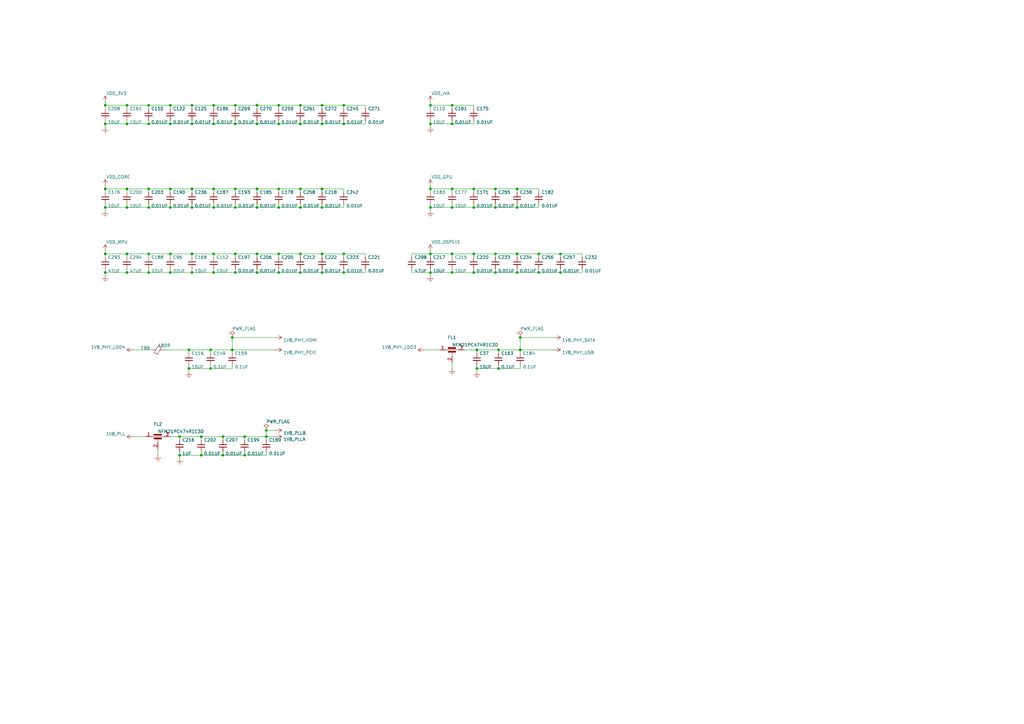
<source format=kicad_sch>
(kicad_sch (version 20210126) (generator eeschema)
  (paper "A3")
  (title_block (title "BeagleBone AI AM57x") (date "2021-01-15") (rev "Kicad-A1") (company "KiCad Services Corporation"))
  (junction (at 43.18 43.18) (diameter 0.9144))
  (junction (at 43.18 50.8) (diameter 0.9144))
  (junction (at 43.18 77.47) (diameter 0.9144))
  (junction (at 43.18 85.09) (diameter 0.9144))
  (junction (at 43.18 104.14) (diameter 0.9144))
  (junction (at 43.18 111.76) (diameter 0.9144))
  (junction (at 52.07 43.18) (diameter 0.9144))
  (junction (at 52.07 50.8) (diameter 0.9144))
  (junction (at 52.07 77.47) (diameter 0.9144))
  (junction (at 52.07 85.09) (diameter 0.9144))
  (junction (at 52.07 104.14) (diameter 0.9144))
  (junction (at 52.07 111.76) (diameter 0.9144))
  (junction (at 60.96 43.18) (diameter 0.9144))
  (junction (at 60.96 50.8) (diameter 0.9144))
  (junction (at 60.96 77.47) (diameter 0.9144))
  (junction (at 60.96 85.09) (diameter 0.9144))
  (junction (at 60.96 104.14) (diameter 0.9144))
  (junction (at 60.96 111.76) (diameter 0.9144))
  (junction (at 69.85 43.18) (diameter 0.9144))
  (junction (at 69.85 50.8) (diameter 0.9144))
  (junction (at 69.85 77.47) (diameter 0.9144))
  (junction (at 69.85 85.09) (diameter 0.9144))
  (junction (at 69.85 104.14) (diameter 0.9144))
  (junction (at 69.85 111.76) (diameter 0.9144))
  (junction (at 73.66 179.07) (diameter 0.9144))
  (junction (at 73.66 186.69) (diameter 0.9144))
  (junction (at 77.47 143.51) (diameter 0.9144))
  (junction (at 77.47 151.13) (diameter 0.9144))
  (junction (at 78.74 43.18) (diameter 0.9144))
  (junction (at 78.74 50.8) (diameter 0.9144))
  (junction (at 78.74 77.47) (diameter 0.9144))
  (junction (at 78.74 85.09) (diameter 0.9144))
  (junction (at 78.74 104.14) (diameter 0.9144))
  (junction (at 78.74 111.76) (diameter 0.9144))
  (junction (at 82.55 179.07) (diameter 0.9144))
  (junction (at 82.55 186.69) (diameter 0.9144))
  (junction (at 86.36 143.51) (diameter 0.9144))
  (junction (at 86.36 151.13) (diameter 0.9144))
  (junction (at 87.63 43.18) (diameter 0.9144))
  (junction (at 87.63 50.8) (diameter 0.9144))
  (junction (at 87.63 77.47) (diameter 0.9144))
  (junction (at 87.63 85.09) (diameter 0.9144))
  (junction (at 87.63 104.14) (diameter 0.9144))
  (junction (at 87.63 111.76) (diameter 0.9144))
  (junction (at 91.44 179.07) (diameter 0.9144))
  (junction (at 91.44 186.69) (diameter 0.9144))
  (junction (at 95.25 138.43) (diameter 0.9144))
  (junction (at 95.25 143.51) (diameter 0.9144))
  (junction (at 96.52 43.18) (diameter 0.9144))
  (junction (at 96.52 50.8) (diameter 0.9144))
  (junction (at 96.52 77.47) (diameter 0.9144))
  (junction (at 96.52 85.09) (diameter 0.9144))
  (junction (at 96.52 104.14) (diameter 0.9144))
  (junction (at 96.52 111.76) (diameter 0.9144))
  (junction (at 100.33 179.07) (diameter 0.9144))
  (junction (at 100.33 186.69) (diameter 0.9144))
  (junction (at 105.41 43.18) (diameter 0.9144))
  (junction (at 105.41 50.8) (diameter 0.9144))
  (junction (at 105.41 77.47) (diameter 0.9144))
  (junction (at 105.41 85.09) (diameter 0.9144))
  (junction (at 105.41 104.14) (diameter 0.9144))
  (junction (at 105.41 111.76) (diameter 0.9144))
  (junction (at 109.22 176.53) (diameter 0.9144))
  (junction (at 109.22 179.07) (diameter 0.9144))
  (junction (at 114.3 43.18) (diameter 0.9144))
  (junction (at 114.3 50.8) (diameter 0.9144))
  (junction (at 114.3 77.47) (diameter 0.9144))
  (junction (at 114.3 85.09) (diameter 0.9144))
  (junction (at 114.3 104.14) (diameter 0.9144))
  (junction (at 114.3 111.76) (diameter 0.9144))
  (junction (at 123.19 43.18) (diameter 0.9144))
  (junction (at 123.19 50.8) (diameter 0.9144))
  (junction (at 123.19 77.47) (diameter 0.9144))
  (junction (at 123.19 85.09) (diameter 0.9144))
  (junction (at 123.19 104.14) (diameter 0.9144))
  (junction (at 123.19 111.76) (diameter 0.9144))
  (junction (at 132.08 43.18) (diameter 0.9144))
  (junction (at 132.08 50.8) (diameter 0.9144))
  (junction (at 132.08 77.47) (diameter 0.9144))
  (junction (at 132.08 85.09) (diameter 0.9144))
  (junction (at 132.08 104.14) (diameter 0.9144))
  (junction (at 132.08 111.76) (diameter 0.9144))
  (junction (at 140.97 43.18) (diameter 0.9144))
  (junction (at 140.97 50.8) (diameter 0.9144))
  (junction (at 140.97 104.14) (diameter 0.9144))
  (junction (at 140.97 111.76) (diameter 0.9144))
  (junction (at 176.53 43.18) (diameter 0.9144))
  (junction (at 176.53 50.8) (diameter 0.9144))
  (junction (at 176.53 77.47) (diameter 0.9144))
  (junction (at 176.53 85.09) (diameter 0.9144))
  (junction (at 176.53 104.14) (diameter 0.9144))
  (junction (at 176.53 111.76) (diameter 0.9144))
  (junction (at 185.42 43.18) (diameter 0.9144))
  (junction (at 185.42 50.8) (diameter 0.9144))
  (junction (at 185.42 77.47) (diameter 0.9144))
  (junction (at 185.42 85.09) (diameter 0.9144))
  (junction (at 185.42 104.14) (diameter 0.9144))
  (junction (at 185.42 111.76) (diameter 0.9144))
  (junction (at 194.31 77.47) (diameter 0.9144))
  (junction (at 194.31 85.09) (diameter 0.9144))
  (junction (at 194.31 104.14) (diameter 0.9144))
  (junction (at 194.31 111.76) (diameter 0.9144))
  (junction (at 195.58 143.51) (diameter 0.9144))
  (junction (at 195.58 151.13) (diameter 0.9144))
  (junction (at 203.2 77.47) (diameter 0.9144))
  (junction (at 203.2 85.09) (diameter 0.9144))
  (junction (at 203.2 104.14) (diameter 0.9144))
  (junction (at 203.2 111.76) (diameter 0.9144))
  (junction (at 204.47 143.51) (diameter 0.9144))
  (junction (at 204.47 151.13) (diameter 0.9144))
  (junction (at 212.09 77.47) (diameter 0.9144))
  (junction (at 212.09 85.09) (diameter 0.9144))
  (junction (at 212.09 104.14) (diameter 0.9144))
  (junction (at 212.09 111.76) (diameter 0.9144))
  (junction (at 213.36 138.43) (diameter 0.9144))
  (junction (at 213.36 143.51) (diameter 0.9144))
  (junction (at 220.98 104.14) (diameter 0.9144))
  (junction (at 220.98 111.76) (diameter 0.9144))
  (junction (at 229.87 104.14) (diameter 0.9144))
  (junction (at 229.87 111.76) (diameter 0.9144))
  (wire (pts (xy 43.18 41.91) (xy 43.18 43.18)))
  (wire (pts (xy 43.18 43.18) (xy 43.18 44.45)))
  (wire (pts (xy 43.18 50.8) (xy 43.18 49.53)))
  (wire (pts (xy 43.18 50.8) (xy 43.18 52.07)))
  (wire (pts (xy 43.18 77.47) (xy 43.18 76.2)))
  (wire (pts (xy 43.18 77.47) (xy 43.18 78.74)))
  (wire (pts (xy 43.18 85.09) (xy 43.18 83.82)))
  (wire (pts (xy 43.18 85.09) (xy 43.18 86.36)))
  (wire (pts (xy 43.18 102.87) (xy 43.18 104.14)))
  (wire (pts (xy 43.18 104.14) (xy 43.18 105.41)))
  (wire (pts (xy 43.18 111.76) (xy 43.18 110.49)))
  (wire (pts (xy 43.18 111.76) (xy 43.18 113.03)))
  (wire (pts (xy 52.07 43.18) (xy 43.18 43.18)))
  (wire (pts (xy 52.07 43.18) (xy 52.07 44.45)))
  (wire (pts (xy 52.07 50.8) (xy 43.18 50.8)))
  (wire (pts (xy 52.07 50.8) (xy 52.07 49.53)))
  (wire (pts (xy 52.07 77.47) (xy 43.18 77.47)))
  (wire (pts (xy 52.07 77.47) (xy 52.07 78.74)))
  (wire (pts (xy 52.07 85.09) (xy 43.18 85.09)))
  (wire (pts (xy 52.07 85.09) (xy 52.07 83.82)))
  (wire (pts (xy 52.07 104.14) (xy 43.18 104.14)))
  (wire (pts (xy 52.07 104.14) (xy 52.07 105.41)))
  (wire (pts (xy 52.07 111.76) (xy 43.18 111.76)))
  (wire (pts (xy 52.07 111.76) (xy 52.07 110.49)))
  (wire (pts (xy 54.61 143.51) (xy 62.23 143.51)))
  (wire (pts (xy 54.61 179.07) (xy 59.69 179.07)))
  (wire (pts (xy 60.96 43.18) (xy 52.07 43.18)))
  (wire (pts (xy 60.96 43.18) (xy 60.96 44.45)))
  (wire (pts (xy 60.96 50.8) (xy 52.07 50.8)))
  (wire (pts (xy 60.96 50.8) (xy 60.96 49.53)))
  (wire (pts (xy 60.96 77.47) (xy 52.07 77.47)))
  (wire (pts (xy 60.96 77.47) (xy 60.96 78.74)))
  (wire (pts (xy 60.96 85.09) (xy 52.07 85.09)))
  (wire (pts (xy 60.96 85.09) (xy 60.96 83.82)))
  (wire (pts (xy 60.96 104.14) (xy 52.07 104.14)))
  (wire (pts (xy 60.96 104.14) (xy 60.96 105.41)))
  (wire (pts (xy 60.96 111.76) (xy 52.07 111.76)))
  (wire (pts (xy 60.96 111.76) (xy 60.96 110.49)))
  (wire (pts (xy 64.77 184.15) (xy 64.77 186.69)))
  (wire (pts (xy 67.31 143.51) (xy 77.47 143.51)))
  (wire (pts (xy 69.85 43.18) (xy 60.96 43.18)))
  (wire (pts (xy 69.85 43.18) (xy 69.85 44.45)))
  (wire (pts (xy 69.85 50.8) (xy 60.96 50.8)))
  (wire (pts (xy 69.85 50.8) (xy 69.85 49.53)))
  (wire (pts (xy 69.85 77.47) (xy 60.96 77.47)))
  (wire (pts (xy 69.85 77.47) (xy 69.85 78.74)))
  (wire (pts (xy 69.85 85.09) (xy 60.96 85.09)))
  (wire (pts (xy 69.85 85.09) (xy 69.85 83.82)))
  (wire (pts (xy 69.85 104.14) (xy 60.96 104.14)))
  (wire (pts (xy 69.85 104.14) (xy 69.85 105.41)))
  (wire (pts (xy 69.85 111.76) (xy 60.96 111.76)))
  (wire (pts (xy 69.85 111.76) (xy 69.85 110.49)))
  (wire (pts (xy 69.85 179.07) (xy 73.66 179.07)))
  (wire (pts (xy 73.66 179.07) (xy 73.66 180.34)))
  (wire (pts (xy 73.66 186.69) (xy 73.66 185.42)))
  (wire (pts (xy 73.66 186.69) (xy 73.66 187.96)))
  (wire (pts (xy 77.47 143.51) (xy 77.47 144.78)))
  (wire (pts (xy 77.47 143.51) (xy 86.36 143.51)))
  (wire (pts (xy 77.47 151.13) (xy 77.47 149.86)))
  (wire (pts (xy 77.47 151.13) (xy 77.47 152.4)))
  (wire (pts (xy 78.74 43.18) (xy 69.85 43.18)))
  (wire (pts (xy 78.74 43.18) (xy 78.74 44.45)))
  (wire (pts (xy 78.74 50.8) (xy 69.85 50.8)))
  (wire (pts (xy 78.74 50.8) (xy 78.74 49.53)))
  (wire (pts (xy 78.74 77.47) (xy 69.85 77.47)))
  (wire (pts (xy 78.74 77.47) (xy 78.74 78.74)))
  (wire (pts (xy 78.74 85.09) (xy 69.85 85.09)))
  (wire (pts (xy 78.74 85.09) (xy 78.74 83.82)))
  (wire (pts (xy 78.74 104.14) (xy 69.85 104.14)))
  (wire (pts (xy 78.74 104.14) (xy 78.74 105.41)))
  (wire (pts (xy 78.74 111.76) (xy 69.85 111.76)))
  (wire (pts (xy 78.74 111.76) (xy 78.74 110.49)))
  (wire (pts (xy 82.55 179.07) (xy 73.66 179.07)))
  (wire (pts (xy 82.55 179.07) (xy 82.55 180.34)))
  (wire (pts (xy 82.55 179.07) (xy 91.44 179.07)))
  (wire (pts (xy 82.55 186.69) (xy 73.66 186.69)))
  (wire (pts (xy 82.55 186.69) (xy 82.55 185.42)))
  (wire (pts (xy 86.36 143.51) (xy 86.36 144.78)))
  (wire (pts (xy 86.36 143.51) (xy 95.25 143.51)))
  (wire (pts (xy 86.36 151.13) (xy 77.47 151.13)))
  (wire (pts (xy 86.36 151.13) (xy 86.36 149.86)))
  (wire (pts (xy 87.63 43.18) (xy 78.74 43.18)))
  (wire (pts (xy 87.63 43.18) (xy 87.63 44.45)))
  (wire (pts (xy 87.63 50.8) (xy 78.74 50.8)))
  (wire (pts (xy 87.63 50.8) (xy 87.63 49.53)))
  (wire (pts (xy 87.63 77.47) (xy 78.74 77.47)))
  (wire (pts (xy 87.63 77.47) (xy 87.63 78.74)))
  (wire (pts (xy 87.63 85.09) (xy 78.74 85.09)))
  (wire (pts (xy 87.63 85.09) (xy 87.63 83.82)))
  (wire (pts (xy 87.63 104.14) (xy 78.74 104.14)))
  (wire (pts (xy 87.63 104.14) (xy 87.63 105.41)))
  (wire (pts (xy 87.63 111.76) (xy 78.74 111.76)))
  (wire (pts (xy 87.63 111.76) (xy 87.63 110.49)))
  (wire (pts (xy 91.44 179.07) (xy 91.44 180.34)))
  (wire (pts (xy 91.44 179.07) (xy 100.33 179.07)))
  (wire (pts (xy 91.44 186.69) (xy 82.55 186.69)))
  (wire (pts (xy 91.44 186.69) (xy 91.44 185.42)))
  (wire (pts (xy 95.25 138.43) (xy 95.25 143.51)))
  (wire (pts (xy 95.25 143.51) (xy 95.25 144.78)))
  (wire (pts (xy 95.25 143.51) (xy 113.03 143.51)))
  (wire (pts (xy 95.25 151.13) (xy 86.36 151.13)))
  (wire (pts (xy 95.25 151.13) (xy 95.25 149.86)))
  (wire (pts (xy 96.52 43.18) (xy 87.63 43.18)))
  (wire (pts (xy 96.52 43.18) (xy 96.52 44.45)))
  (wire (pts (xy 96.52 50.8) (xy 87.63 50.8)))
  (wire (pts (xy 96.52 50.8) (xy 96.52 49.53)))
  (wire (pts (xy 96.52 77.47) (xy 87.63 77.47)))
  (wire (pts (xy 96.52 77.47) (xy 96.52 78.74)))
  (wire (pts (xy 96.52 85.09) (xy 87.63 85.09)))
  (wire (pts (xy 96.52 85.09) (xy 96.52 83.82)))
  (wire (pts (xy 96.52 104.14) (xy 87.63 104.14)))
  (wire (pts (xy 96.52 104.14) (xy 96.52 105.41)))
  (wire (pts (xy 96.52 111.76) (xy 87.63 111.76)))
  (wire (pts (xy 96.52 111.76) (xy 96.52 110.49)))
  (wire (pts (xy 100.33 179.07) (xy 100.33 180.34)))
  (wire (pts (xy 100.33 179.07) (xy 109.22 179.07)))
  (wire (pts (xy 100.33 186.69) (xy 91.44 186.69)))
  (wire (pts (xy 100.33 186.69) (xy 100.33 185.42)))
  (wire (pts (xy 105.41 43.18) (xy 96.52 43.18)))
  (wire (pts (xy 105.41 43.18) (xy 105.41 44.45)))
  (wire (pts (xy 105.41 50.8) (xy 96.52 50.8)))
  (wire (pts (xy 105.41 50.8) (xy 105.41 49.53)))
  (wire (pts (xy 105.41 77.47) (xy 96.52 77.47)))
  (wire (pts (xy 105.41 77.47) (xy 105.41 78.74)))
  (wire (pts (xy 105.41 85.09) (xy 96.52 85.09)))
  (wire (pts (xy 105.41 85.09) (xy 105.41 83.82)))
  (wire (pts (xy 105.41 104.14) (xy 96.52 104.14)))
  (wire (pts (xy 105.41 104.14) (xy 105.41 105.41)))
  (wire (pts (xy 105.41 111.76) (xy 96.52 111.76)))
  (wire (pts (xy 105.41 111.76) (xy 105.41 110.49)))
  (wire (pts (xy 109.22 176.53) (xy 109.22 179.07)))
  (wire (pts (xy 109.22 179.07) (xy 109.22 180.34)))
  (wire (pts (xy 109.22 179.07) (xy 113.03 179.07)))
  (wire (pts (xy 109.22 186.69) (xy 100.33 186.69)))
  (wire (pts (xy 109.22 186.69) (xy 109.22 185.42)))
  (wire (pts (xy 113.03 138.43) (xy 95.25 138.43)))
  (wire (pts (xy 113.03 176.53) (xy 109.22 176.53)))
  (wire (pts (xy 114.3 43.18) (xy 105.41 43.18)))
  (wire (pts (xy 114.3 43.18) (xy 114.3 44.45)))
  (wire (pts (xy 114.3 50.8) (xy 105.41 50.8)))
  (wire (pts (xy 114.3 50.8) (xy 114.3 49.53)))
  (wire (pts (xy 114.3 77.47) (xy 105.41 77.47)))
  (wire (pts (xy 114.3 77.47) (xy 114.3 78.74)))
  (wire (pts (xy 114.3 85.09) (xy 105.41 85.09)))
  (wire (pts (xy 114.3 85.09) (xy 114.3 83.82)))
  (wire (pts (xy 114.3 104.14) (xy 105.41 104.14)))
  (wire (pts (xy 114.3 104.14) (xy 114.3 105.41)))
  (wire (pts (xy 114.3 111.76) (xy 105.41 111.76)))
  (wire (pts (xy 114.3 111.76) (xy 114.3 110.49)))
  (wire (pts (xy 123.19 43.18) (xy 114.3 43.18)))
  (wire (pts (xy 123.19 43.18) (xy 123.19 44.45)))
  (wire (pts (xy 123.19 50.8) (xy 114.3 50.8)))
  (wire (pts (xy 123.19 50.8) (xy 123.19 49.53)))
  (wire (pts (xy 123.19 77.47) (xy 114.3 77.47)))
  (wire (pts (xy 123.19 77.47) (xy 123.19 78.74)))
  (wire (pts (xy 123.19 85.09) (xy 114.3 85.09)))
  (wire (pts (xy 123.19 85.09) (xy 123.19 83.82)))
  (wire (pts (xy 123.19 104.14) (xy 114.3 104.14)))
  (wire (pts (xy 123.19 104.14) (xy 123.19 105.41)))
  (wire (pts (xy 123.19 111.76) (xy 114.3 111.76)))
  (wire (pts (xy 123.19 111.76) (xy 123.19 110.49)))
  (wire (pts (xy 132.08 43.18) (xy 123.19 43.18)))
  (wire (pts (xy 132.08 43.18) (xy 132.08 44.45)))
  (wire (pts (xy 132.08 50.8) (xy 123.19 50.8)))
  (wire (pts (xy 132.08 50.8) (xy 132.08 49.53)))
  (wire (pts (xy 132.08 77.47) (xy 123.19 77.47)))
  (wire (pts (xy 132.08 77.47) (xy 132.08 78.74)))
  (wire (pts (xy 132.08 85.09) (xy 123.19 85.09)))
  (wire (pts (xy 132.08 85.09) (xy 132.08 83.82)))
  (wire (pts (xy 132.08 104.14) (xy 123.19 104.14)))
  (wire (pts (xy 132.08 104.14) (xy 132.08 105.41)))
  (wire (pts (xy 132.08 111.76) (xy 123.19 111.76)))
  (wire (pts (xy 132.08 111.76) (xy 132.08 110.49)))
  (wire (pts (xy 140.97 43.18) (xy 132.08 43.18)))
  (wire (pts (xy 140.97 43.18) (xy 140.97 44.45)))
  (wire (pts (xy 140.97 50.8) (xy 132.08 50.8)))
  (wire (pts (xy 140.97 50.8) (xy 140.97 49.53)))
  (wire (pts (xy 140.97 77.47) (xy 132.08 77.47)))
  (wire (pts (xy 140.97 77.47) (xy 140.97 78.74)))
  (wire (pts (xy 140.97 85.09) (xy 132.08 85.09)))
  (wire (pts (xy 140.97 85.09) (xy 140.97 83.82)))
  (wire (pts (xy 140.97 104.14) (xy 132.08 104.14)))
  (wire (pts (xy 140.97 104.14) (xy 140.97 105.41)))
  (wire (pts (xy 140.97 111.76) (xy 132.08 111.76)))
  (wire (pts (xy 140.97 111.76) (xy 140.97 110.49)))
  (wire (pts (xy 149.86 43.18) (xy 140.97 43.18)))
  (wire (pts (xy 149.86 44.45) (xy 149.86 43.18)))
  (wire (pts (xy 149.86 49.53) (xy 149.86 50.8)))
  (wire (pts (xy 149.86 50.8) (xy 140.97 50.8)))
  (wire (pts (xy 149.86 104.14) (xy 140.97 104.14)))
  (wire (pts (xy 149.86 105.41) (xy 149.86 104.14)))
  (wire (pts (xy 149.86 110.49) (xy 149.86 111.76)))
  (wire (pts (xy 149.86 111.76) (xy 140.97 111.76)))
  (wire (pts (xy 168.91 104.14) (xy 168.91 105.41)))
  (wire (pts (xy 168.91 111.76) (xy 168.91 110.49)))
  (wire (pts (xy 173.99 143.51) (xy 180.34 143.51)))
  (wire (pts (xy 176.53 41.91) (xy 176.53 43.18)))
  (wire (pts (xy 176.53 43.18) (xy 176.53 44.45)))
  (wire (pts (xy 176.53 50.8) (xy 176.53 49.53)))
  (wire (pts (xy 176.53 50.8) (xy 176.53 52.07)))
  (wire (pts (xy 176.53 76.2) (xy 176.53 77.47)))
  (wire (pts (xy 176.53 77.47) (xy 176.53 78.74)))
  (wire (pts (xy 176.53 85.09) (xy 176.53 83.82)))
  (wire (pts (xy 176.53 85.09) (xy 176.53 86.36)))
  (wire (pts (xy 176.53 104.14) (xy 168.91 104.14)))
  (wire (pts (xy 176.53 104.14) (xy 176.53 102.87)))
  (wire (pts (xy 176.53 104.14) (xy 176.53 105.41)))
  (wire (pts (xy 176.53 104.14) (xy 185.42 104.14)))
  (wire (pts (xy 176.53 111.76) (xy 168.91 111.76)))
  (wire (pts (xy 176.53 111.76) (xy 176.53 110.49)))
  (wire (pts (xy 176.53 111.76) (xy 176.53 113.03)))
  (wire (pts (xy 176.53 111.76) (xy 185.42 111.76)))
  (wire (pts (xy 185.42 43.18) (xy 176.53 43.18)))
  (wire (pts (xy 185.42 43.18) (xy 185.42 44.45)))
  (wire (pts (xy 185.42 50.8) (xy 176.53 50.8)))
  (wire (pts (xy 185.42 50.8) (xy 185.42 49.53)))
  (wire (pts (xy 185.42 77.47) (xy 176.53 77.47)))
  (wire (pts (xy 185.42 77.47) (xy 185.42 78.74)))
  (wire (pts (xy 185.42 85.09) (xy 176.53 85.09)))
  (wire (pts (xy 185.42 85.09) (xy 185.42 83.82)))
  (wire (pts (xy 185.42 104.14) (xy 185.42 105.41)))
  (wire (pts (xy 185.42 111.76) (xy 185.42 110.49)))
  (wire (pts (xy 185.42 148.59) (xy 185.42 151.13)))
  (wire (pts (xy 190.5 143.51) (xy 195.58 143.51)))
  (wire (pts (xy 194.31 43.18) (xy 185.42 43.18)))
  (wire (pts (xy 194.31 43.18) (xy 194.31 44.45)))
  (wire (pts (xy 194.31 50.8) (xy 185.42 50.8)))
  (wire (pts (xy 194.31 50.8) (xy 194.31 49.53)))
  (wire (pts (xy 194.31 77.47) (xy 185.42 77.47)))
  (wire (pts (xy 194.31 77.47) (xy 194.31 78.74)))
  (wire (pts (xy 194.31 85.09) (xy 185.42 85.09)))
  (wire (pts (xy 194.31 85.09) (xy 194.31 83.82)))
  (wire (pts (xy 194.31 104.14) (xy 185.42 104.14)))
  (wire (pts (xy 194.31 104.14) (xy 194.31 105.41)))
  (wire (pts (xy 194.31 111.76) (xy 185.42 111.76)))
  (wire (pts (xy 194.31 111.76) (xy 194.31 110.49)))
  (wire (pts (xy 195.58 143.51) (xy 195.58 144.78)))
  (wire (pts (xy 195.58 143.51) (xy 204.47 143.51)))
  (wire (pts (xy 195.58 151.13) (xy 195.58 149.86)))
  (wire (pts (xy 195.58 151.13) (xy 195.58 152.4)))
  (wire (pts (xy 203.2 77.47) (xy 194.31 77.47)))
  (wire (pts (xy 203.2 77.47) (xy 203.2 78.74)))
  (wire (pts (xy 203.2 85.09) (xy 194.31 85.09)))
  (wire (pts (xy 203.2 85.09) (xy 203.2 83.82)))
  (wire (pts (xy 203.2 104.14) (xy 194.31 104.14)))
  (wire (pts (xy 203.2 104.14) (xy 203.2 105.41)))
  (wire (pts (xy 203.2 111.76) (xy 194.31 111.76)))
  (wire (pts (xy 203.2 111.76) (xy 203.2 110.49)))
  (wire (pts (xy 204.47 143.51) (xy 204.47 144.78)))
  (wire (pts (xy 204.47 143.51) (xy 213.36 143.51)))
  (wire (pts (xy 204.47 151.13) (xy 195.58 151.13)))
  (wire (pts (xy 204.47 151.13) (xy 204.47 149.86)))
  (wire (pts (xy 212.09 77.47) (xy 203.2 77.47)))
  (wire (pts (xy 212.09 77.47) (xy 212.09 78.74)))
  (wire (pts (xy 212.09 85.09) (xy 203.2 85.09)))
  (wire (pts (xy 212.09 85.09) (xy 212.09 83.82)))
  (wire (pts (xy 212.09 104.14) (xy 203.2 104.14)))
  (wire (pts (xy 212.09 104.14) (xy 212.09 105.41)))
  (wire (pts (xy 212.09 111.76) (xy 203.2 111.76)))
  (wire (pts (xy 212.09 111.76) (xy 212.09 110.49)))
  (wire (pts (xy 213.36 138.43) (xy 227.33 138.43)))
  (wire (pts (xy 213.36 143.51) (xy 213.36 138.43)))
  (wire (pts (xy 213.36 143.51) (xy 213.36 144.78)))
  (wire (pts (xy 213.36 143.51) (xy 227.33 143.51)))
  (wire (pts (xy 213.36 151.13) (xy 204.47 151.13)))
  (wire (pts (xy 213.36 151.13) (xy 213.36 149.86)))
  (wire (pts (xy 220.98 77.47) (xy 212.09 77.47)))
  (wire (pts (xy 220.98 77.47) (xy 220.98 78.74)))
  (wire (pts (xy 220.98 85.09) (xy 212.09 85.09)))
  (wire (pts (xy 220.98 85.09) (xy 220.98 83.82)))
  (wire (pts (xy 220.98 104.14) (xy 212.09 104.14)))
  (wire (pts (xy 220.98 104.14) (xy 220.98 105.41)))
  (wire (pts (xy 220.98 111.76) (xy 212.09 111.76)))
  (wire (pts (xy 220.98 111.76) (xy 220.98 110.49)))
  (wire (pts (xy 229.87 104.14) (xy 220.98 104.14)))
  (wire (pts (xy 229.87 104.14) (xy 229.87 105.41)))
  (wire (pts (xy 229.87 111.76) (xy 220.98 111.76)))
  (wire (pts (xy 229.87 111.76) (xy 229.87 110.49)))
  (wire (pts (xy 238.76 104.14) (xy 229.87 104.14)))
  (wire (pts (xy 238.76 104.14) (xy 238.76 105.41)))
  (wire (pts (xy 238.76 111.76) (xy 229.87 111.76)))
  (wire (pts (xy 238.76 111.76) (xy 238.76 110.49)))
  (symbol (lib_id "power:PWR_FLAG") (at 95.25 138.43 0) (unit 1)
    (property "Reference" "#FLG0102" (effects hide))
    (property "Value" "PWR_FLAG" (at 95.25 134.1056 0) (effects (justify left top)))
  )
  (symbol (lib_id "power:PWR_FLAG") (at 109.22 176.53 0) (unit 1)
    (property "Reference" "#FLG0101" (effects hide))
    (property "Value" "PWR_FLAG" (at 109.22 172.2056 0) (effects (justify left top)))
  )
  (symbol (lib_id "power:PWR_FLAG") (at 213.36 138.43 0) (unit 1)
    (property "Reference" "#FLG0103" (effects hide))
    (property "Value" "PWR_FLAG" (at 213.36 134.1056 0) (effects (justify left top)))
  )
  (symbol (lib_id "beaglebone-ai:VDD_3V3") (at 43.18 41.91 0) (unit 1)
    (property "Reference" "#PWR0371" (effects hide))
    (property "Value" "VDD_3V3" (at 43.5483 37.5856 0) (effects (justify left top)))
  )
  (symbol (lib_id "beaglebone-ai:VDD_CORE") (at 43.18 76.2 0) (unit 1)
    (property "Reference" "#PWR0364" (effects hide))
    (property "Value" "VDD_CORE" (at 43.5483 71.8756 0) (effects (justify left top)))
  )
  (symbol (lib_id "beaglebone-ai:VDD_MPU") (at 43.18 102.87 0) (unit 1)
    (property "Reference" "#PWR0366" (effects hide))
    (property "Value" "VDD_MPU" (at 43.5483 98.5456 0) (effects (justify left top)))
  )
  (symbol (lib_id "beaglebone-ai:1V8_PHY_LDO4") (at 54.61 143.51 90) (unit 1)
    (property "Reference" "#PWR0373" (effects hide))
    (property "Value" "1V8_PHY_LDO4" (at 51.4349 143.1417 90) (effects (justify left top)))
  )
  (symbol (lib_id "beaglebone-ai:1V8_PLL") (at 54.61 179.07 90) (unit 1)
    (property "Reference" "#PWR0367" (effects hide))
    (property "Value" "1V8_PLL" (at 51.4349 178.7017 90) (effects (justify left top)))
  )
  (symbol (lib_id "beaglebone-ai:1V8_PHY_HDMI") (at 113.03 138.43 270) (unit 1)
    (property "Reference" "#PWR0377" (effects hide))
    (property "Value" "1V8_PHY_HDMI" (at 116.2051 138.7983 90) (effects (justify left top)))
  )
  (symbol (lib_id "beaglebone-ai:1V8_PHY_PCIE") (at 113.03 143.51 270) (unit 1)
    (property "Reference" "#PWR0378" (effects hide))
    (property "Value" "1V8_PHY_PCIE" (at 116.2051 143.8783 90) (effects (justify left top)))
  )
  (symbol (lib_id "beaglebone-ai:1V8_PLLB") (at 113.03 176.53 270) (unit 1)
    (property "Reference" "#PWR0375" (effects hide))
    (property "Value" "1V8_PLLB" (at 116.2051 176.8983 90) (effects (justify left top)))
  )
  (symbol (lib_id "beaglebone-ai:1V8_PLLA") (at 113.03 179.07 270) (unit 1)
    (property "Reference" "#PWR0376" (effects hide))
    (property "Value" "1V8_PLLA" (at 116.2051 179.4383 90) (effects (justify left top)))
  )
  (symbol (lib_id "beaglebone-ai:1V8_PHY_LDO3") (at 173.99 143.51 90) (unit 1)
    (property "Reference" "#PWR0388" (effects hide))
    (property "Value" "1V8_PHY_LDO3" (at 170.8149 143.1417 90) (effects (justify left top)))
  )
  (symbol (lib_id "beaglebone-ai:VDD_IVA") (at 176.53 41.91 0) (unit 1)
    (property "Reference" "#PWR0382" (effects hide))
    (property "Value" "VDD_IVA" (at 176.8983 37.5856 0) (effects (justify left top)))
  )
  (symbol (lib_id "beaglebone-ai:VDD_GPU") (at 176.53 76.2 0) (unit 1)
    (property "Reference" "#PWR0383" (effects hide))
    (property "Value" "VDD_GPU" (at 176.8983 71.8756 0) (effects (justify left top)))
  )
  (symbol (lib_id "beaglebone-ai:VDD_DSPEVE") (at 176.53 102.87 0) (unit 1)
    (property "Reference" "#PWR0380" (effects hide))
    (property "Value" "VDD_DSPEVE" (at 176.8983 98.5456 0) (effects (justify left top)))
  )
  (symbol (lib_id "beaglebone-ai:1V8_PHY_SATA") (at 227.33 138.43 270) (unit 1)
    (property "Reference" "#PWR0384" (effects hide))
    (property "Value" "1V8_PHY_SATA" (at 230.5051 138.7983 90) (effects (justify left top)))
  )
  (symbol (lib_id "beaglebone-ai:1V8_PHY_USB") (at 227.33 143.51 270) (unit 1)
    (property "Reference" "#PWR0385" (effects hide))
    (property "Value" "1V8_PHY_USB" (at 230.5051 143.8783 90) (effects (justify left top)))
  )
  (symbol (lib_id "power:Earth") (at 43.18 52.07 0) (unit 1)
    (property "Reference" "#PWR0370" (effects hide))
    (property "Value" "Earth" (effects hide))
  )
  (symbol (lib_id "power:Earth") (at 43.18 86.36 0) (unit 1)
    (property "Reference" "#PWR0365" (effects hide))
    (property "Value" "Earth" (effects hide))
  )
  (symbol (lib_id "power:Earth") (at 43.18 113.03 0) (unit 1)
    (property "Reference" "#PWR0372" (effects hide))
    (property "Value" "Earth" (effects hide))
  )
  (symbol (lib_id "power:Earth") (at 64.77 186.69 0) (unit 1)
    (property "Reference" "#PWR0369" (effects hide))
    (property "Value" "Earth" (effects hide))
  )
  (symbol (lib_id "power:Earth") (at 73.66 187.96 0) (unit 1)
    (property "Reference" "#PWR0368" (effects hide))
    (property "Value" "Earth" (effects hide))
  )
  (symbol (lib_id "power:Earth") (at 77.47 152.4 0) (unit 1)
    (property "Reference" "#PWR0374" (effects hide))
    (property "Value" "Earth" (effects hide))
  )
  (symbol (lib_id "power:Earth") (at 176.53 52.07 0) (unit 1)
    (property "Reference" "#PWR0381" (effects hide))
    (property "Value" "Earth" (effects hide))
  )
  (symbol (lib_id "power:Earth") (at 176.53 86.36 0) (unit 1)
    (property "Reference" "#PWR0379" (effects hide))
    (property "Value" "Earth" (effects hide))
  )
  (symbol (lib_id "power:Earth") (at 176.53 113.03 0) (unit 1)
    (property "Reference" "#PWR0389" (effects hide))
    (property "Value" "Earth" (effects hide))
  )
  (symbol (lib_id "power:Earth") (at 185.42 151.13 0) (unit 1)
    (property "Reference" "#PWR0386" (effects hide))
    (property "Value" "Earth" (effects hide))
  )
  (symbol (lib_id "power:Earth") (at 195.58 152.4 0) (unit 1)
    (property "Reference" "#PWR0387" (effects hide))
    (property "Value" "Earth" (effects hide))
  )
  (symbol (lib_id "Device:C_Small") (at 43.18 46.99 0) (unit 1)
    (property "Reference" "C208" (at 44.234 44.571 0) (effects (justify left)))
    (property "Value" "10UF" (at 44.234 49.409 0) (effects (justify left top)))
    (property "Footprint" "beaglebone-ai:C0603" (effects hide))
    (property "Description" "CAP,10UF,+/-10%,X5R,10V,SMD0603" (effects hide))
    (property "Manufacturer" "Murata" (effects hide))
    (property "Manufacturer P/N" "GRM188R61A106KE69D" (effects hide))
    (property "Rating" "10V,X5R" (effects hide))
  )
  (symbol (lib_id "Device:C_Small") (at 43.18 81.28 0) (unit 1)
    (property "Reference" "C176" (at 44.234 78.861 0) (effects (justify left)))
    (property "Value" "10UF" (at 44.234 83.699 0) (effects (justify left top)))
    (property "Footprint" "beaglebone-ai:C0402" (effects hide))
    (property "Description" "CAP,10UF,+/-20%,X5R,6.3V,SMD0402" (effects hide))
    (property "Manufacturer" "Murata" (effects hide))
    (property "Manufacturer P/N" "CC0402MRX5R5BB106" (effects hide))
    (property "Rating" "X5R,6.3V" (effects hide))
  )
  (symbol (lib_id "Device:C_Small") (at 43.18 107.95 0) (unit 1)
    (property "Reference" "C293" (at 44.234 105.531 0) (effects (justify left)))
    (property "Value" "47UF" (at 44.234 110.369 0) (effects (justify left top)))
    (property "Footprint" "beaglebone-ai:C0805" (effects hide))
    (property "Description" "CAP,47UF,+/-20%,X5R,6.3V,SMD0805" (effects hide))
    (property "Manufacturer" "Murata" (effects hide))
    (property "Manufacturer P/N" "GRM21BR60J476ME15L" (effects hide))
    (property "Rating" "6.3V,X5R" (effects hide))
  )
  (symbol (lib_id "Device:C_Small") (at 52.07 46.99 0) (unit 1)
    (property "Reference" "C161" (at 53.124 44.571 0) (effects (justify left)))
    (property "Value" "10UF" (at 53.124 49.409 0) (effects (justify left top)))
    (property "Footprint" "beaglebone-ai:C0603" (effects hide))
    (property "Description" "CAP,10UF,+/-10%,X5R,10V,SMD0603" (effects hide))
    (property "Manufacturer" "Murata" (effects hide))
    (property "Manufacturer P/N" "GRM188R61A106KE69D" (effects hide))
    (property "Rating" "10V,X5R" (effects hide))
  )
  (symbol (lib_id "Device:C_Small") (at 52.07 81.28 0) (unit 1)
    (property "Reference" "C200" (at 53.124 78.861 0) (effects (justify left)))
    (property "Value" "10UF" (at 53.124 83.699 0) (effects (justify left top)))
    (property "Footprint" "beaglebone-ai:C0402" (effects hide))
    (property "Description" "CAP,10UF,+/-20%,X5R,6.3V,SMD0402" (effects hide))
    (property "Manufacturer" "Murata" (effects hide))
    (property "Manufacturer P/N" "CC0402MRX5R5BB106" (effects hide))
    (property "Rating" "X5R,6.3V" (effects hide))
  )
  (symbol (lib_id "Device:C_Small") (at 52.07 107.95 0) (unit 1)
    (property "Reference" "C294" (at 53.124 105.531 0) (effects (justify left)))
    (property "Value" "47UF" (at 53.124 110.369 0) (effects (justify left top)))
    (property "Footprint" "beaglebone-ai:C0805" (effects hide))
    (property "Description" "CAP,47UF,+/-20%,X5R,6.3V,SMD0805" (effects hide))
    (property "Manufacturer" "Murata" (effects hide))
    (property "Manufacturer P/N" "GRM21BR60J476ME15L" (effects hide))
    (property "Rating" "6.3V,X5R" (effects hide))
  )
  (symbol (lib_id "Device:C_Small") (at 60.96 46.99 0) (unit 1)
    (property "Reference" "C155" (at 62.014 44.571 0) (effects (justify left)))
    (property "Value" "0.01UF" (at 62.014 49.409 0) (effects (justify left top)))
    (property "Footprint" "beaglebone-ai:C0402" (effects hide))
    (property "Description" "CAP,10NF,+/-10%,X7R,16V,SMD0402" (effects hide))
    (property "Manufacturer" "MURATA" (effects hide))
    (property "Manufacturer P/N" "GRM155R71C103KA01D" (effects hide))
    (property "Rating" "X7R,16V" (effects hide))
  )
  (symbol (lib_id "Device:C_Small") (at 60.96 81.28 0) (unit 1)
    (property "Reference" "C203" (at 62.014 78.861 0) (effects (justify left)))
    (property "Value" "0.01UF" (at 62.014 83.699 0) (effects (justify left top)))
    (property "Footprint" "beaglebone-ai:C0402" (effects hide))
    (property "Description" "CAP,10NF,+/-10%,X7R,16V,SMD0402" (effects hide))
    (property "Manufacturer" "MURATA" (effects hide))
    (property "Manufacturer P/N" "GRM155R71C103KA01D" (effects hide))
    (property "Rating" "X7R,16V" (effects hide))
  )
  (symbol (lib_id "Device:C_Small") (at 60.96 107.95 0) (unit 1)
    (property "Reference" "C188" (at 62.014 105.531 0) (effects (justify left)))
    (property "Value" "22UF" (at 62.014 110.369 0) (effects (justify left top)))
    (property "Footprint" "beaglebone-ai:C0603" (effects hide))
    (property "Description" "CAP,22UF,+/-20%,X5R,6.3V,SMD0603" (effects hide))
    (property "Manufacturer" "MURATA" (effects hide))
    (property "Manufacturer P/N" "GRM188R60J226MEA0D" (effects hide))
    (property "Rating" "6.3V,X5R" (effects hide))
  )
  (symbol (lib_id "Device:C_Small") (at 69.85 46.99 0) (unit 1)
    (property "Reference" "C122" (at 70.904 44.571 0) (effects (justify left)))
    (property "Value" "0.01UF" (at 70.904 49.409 0) (effects (justify left top)))
    (property "Footprint" "beaglebone-ai:C0402" (effects hide))
    (property "Description" "CAP,10NF,+/-10%,X7R,16V,SMD0402" (effects hide))
    (property "Manufacturer" "MURATA" (effects hide))
    (property "Manufacturer P/N" "GRM155R71C103KA01D" (effects hide))
    (property "Rating" "X7R,16V" (effects hide))
  )
  (symbol (lib_id "Device:C_Small") (at 69.85 81.28 0) (unit 1)
    (property "Reference" "C190" (at 70.904 78.861 0) (effects (justify left)))
    (property "Value" "0.01UF" (at 70.904 83.699 0) (effects (justify left top)))
    (property "Footprint" "beaglebone-ai:C0402" (effects hide))
    (property "Description" "CAP,10NF,+/-10%,X7R,16V,SMD0402" (effects hide))
    (property "Manufacturer" "MURATA" (effects hide))
    (property "Manufacturer P/N" "GRM155R71C103KA01D" (effects hide))
    (property "Rating" "X7R,16V" (effects hide))
  )
  (symbol (lib_id "Device:C_Small") (at 69.85 107.95 0) (unit 1)
    (property "Reference" "C96" (at 70.904 105.531 0) (effects (justify left)))
    (property "Value" "22UF" (at 70.904 110.369 0) (effects (justify left top)))
    (property "Footprint" "beaglebone-ai:C0603" (effects hide))
    (property "Description" "CAP,22UF,+/-20%,X5R,6.3V,SMD0603" (effects hide))
    (property "Manufacturer" "MURATA" (effects hide))
    (property "Manufacturer P/N" "GRM188R60J226MEA0D" (effects hide))
    (property "Rating" "6.3V,X5R" (effects hide))
  )
  (symbol (lib_id "Device:C_Small") (at 73.66 182.88 0) (unit 1)
    (property "Reference" "C216" (at 74.714 180.461 0) (effects (justify left)))
    (property "Value" "1UF" (at 74.714 185.299 0) (effects (justify left top)))
    (property "Footprint" "beaglebone-ai:C0402" (effects hide))
    (property "Description" "CAP,1UF,+/-10%,X5R,16V,SMD0402" (effects hide))
    (property "Manufacturer" "Murata" (effects hide))
    (property "Manufacturer P/N" "GRM155R61C105KA12D" (effects hide))
    (property "Rating" "16V,X5R" (effects hide))
  )
  (symbol (lib_id "Device:C_Small") (at 77.47 147.32 0) (unit 1)
    (property "Reference" "C116" (at 78.524 144.901 0) (effects (justify left)))
    (property "Value" "10UF" (at 78.524 149.739 0) (effects (justify left top)))
    (property "Footprint" "beaglebone-ai:C0603" (effects hide))
    (property "Description" "CAP,10UF,+/-10%,X5R,10V,SMD0603" (effects hide))
    (property "Manufacturer" "Murata" (effects hide))
    (property "Manufacturer P/N" "GRM188R61A106KE69D" (effects hide))
    (property "Rating" "10V,X5R" (effects hide))
  )
  (symbol (lib_id "Device:C_Small") (at 78.74 46.99 0) (unit 1)
    (property "Reference" "C125" (at 79.794 44.571 0) (effects (justify left)))
    (property "Value" "0.01UF" (at 79.794 49.409 0) (effects (justify left top)))
    (property "Footprint" "beaglebone-ai:C0402" (effects hide))
    (property "Description" "CAP,10NF,+/-10%,X7R,16V,SMD0402" (effects hide))
    (property "Manufacturer" "MURATA" (effects hide))
    (property "Manufacturer P/N" "GRM155R71C103KA01D" (effects hide))
    (property "Rating" "X7R,16V" (effects hide))
  )
  (symbol (lib_id "Device:C_Small") (at 78.74 81.28 0) (unit 1)
    (property "Reference" "C236" (at 79.794 78.861 0) (effects (justify left)))
    (property "Value" "0.01UF" (at 79.794 83.699 0) (effects (justify left top)))
    (property "Footprint" "beaglebone-ai:C0402" (effects hide))
    (property "Description" "CAP,10NF,+/-10%,X7R,16V,SMD0402" (effects hide))
    (property "Manufacturer" "MURATA" (effects hide))
    (property "Manufacturer P/N" "GRM155R71C103KA01D" (effects hide))
    (property "Rating" "X7R,16V" (effects hide))
  )
  (symbol (lib_id "Device:C_Small") (at 78.74 107.95 0) (unit 1)
    (property "Reference" "C168" (at 79.794 105.531 0) (effects (justify left)))
    (property "Value" "10UF" (at 79.794 110.369 0) (effects (justify left top)))
    (property "Footprint" "beaglebone-ai:C0402" (effects hide))
    (property "Description" "CAP,10UF,+/-20%,X5R,6.3V,SMD0402" (effects hide))
    (property "Manufacturer" "Murata" (effects hide))
    (property "Manufacturer P/N" "CC0402MRX5R5BB106" (effects hide))
    (property "Rating" "X5R,6.3V" (effects hide))
  )
  (symbol (lib_id "Device:C_Small") (at 82.55 182.88 0) (unit 1)
    (property "Reference" "C202" (at 83.604 180.461 0) (effects (justify left)))
    (property "Value" "0.01UF" (at 83.604 185.299 0) (effects (justify left top)))
    (property "Footprint" "beaglebone-ai:C0402" (effects hide))
    (property "Description" "CAP,10NF,+/-10%,X7R,16V,SMD0402" (effects hide))
    (property "Manufacturer" "MURATA" (effects hide))
    (property "Manufacturer P/N" "GRM155R71C103KA01D" (effects hide))
    (property "Rating" "X7R,16V" (effects hide))
  )
  (symbol (lib_id "Device:C_Small") (at 86.36 147.32 0) (unit 1)
    (property "Reference" "C149" (at 87.414 144.901 0) (effects (justify left)))
    (property "Value" "0.1UF" (at 87.414 149.739 0) (effects (justify left top)))
    (property "Footprint" "beaglebone-ai:C0402" (effects hide))
    (property "Description" "CAP,100NF,+/-10%,X7R,16V,SMD0402" (effects hide))
    (property "Manufacturer" "Murata" (effects hide))
    (property "Manufacturer P/N" "GRM155R71C104KA88D" (effects hide))
    (property "Rating" "16V,X7R" (effects hide))
  )
  (symbol (lib_id "Device:C_Small") (at 87.63 46.99 0) (unit 1)
    (property "Reference" "C186" (at 88.684 44.571 0) (effects (justify left)))
    (property "Value" "0.01UF" (at 88.684 49.409 0) (effects (justify left top)))
    (property "Footprint" "beaglebone-ai:C0402" (effects hide))
    (property "Description" "CAP,10NF,+/-10%,X7R,16V,SMD0402" (effects hide))
    (property "Manufacturer" "MURATA" (effects hide))
    (property "Manufacturer P/N" "GRM155R71C103KA01D" (effects hide))
    (property "Rating" "X7R,16V" (effects hide))
  )
  (symbol (lib_id "Device:C_Small") (at 87.63 81.28 0) (unit 1)
    (property "Reference" "C187" (at 88.684 78.861 0) (effects (justify left)))
    (property "Value" "0.01UF" (at 88.684 83.699 0) (effects (justify left top)))
    (property "Footprint" "beaglebone-ai:C0402" (effects hide))
    (property "Description" "CAP,10NF,+/-10%,X7R,16V,SMD0402" (effects hide))
    (property "Manufacturer" "MURATA" (effects hide))
    (property "Manufacturer P/N" "GRM155R71C103KA01D" (effects hide))
    (property "Rating" "X7R,16V" (effects hide))
  )
  (symbol (lib_id "Device:C_Small") (at 87.63 107.95 0) (unit 1)
    (property "Reference" "C112" (at 88.684 105.531 0) (effects (justify left)))
    (property "Value" "10UF" (at 88.684 110.369 0) (effects (justify left top)))
    (property "Footprint" "beaglebone-ai:C0402" (effects hide))
    (property "Description" "CAP,10UF,+/-20%,X5R,6.3V,SMD0402" (effects hide))
    (property "Manufacturer" "Murata" (effects hide))
    (property "Manufacturer P/N" "CC0402MRX5R5BB106" (effects hide))
    (property "Rating" "X5R,6.3V" (effects hide))
  )
  (symbol (lib_id "Device:C_Small") (at 91.44 182.88 0) (unit 1)
    (property "Reference" "C207" (at 92.494 180.461 0) (effects (justify left)))
    (property "Value" "0.01UF" (at 92.494 185.299 0) (effects (justify left top)))
    (property "Footprint" "beaglebone-ai:C0402" (effects hide))
    (property "Description" "CAP,10NF,+/-10%,X7R,16V,SMD0402" (effects hide))
    (property "Manufacturer" "MURATA" (effects hide))
    (property "Manufacturer P/N" "GRM155R71C103KA01D" (effects hide))
    (property "Rating" "X7R,16V" (effects hide))
  )
  (symbol (lib_id "Device:C_Small") (at 95.25 147.32 0) (unit 1)
    (property "Reference" "C159" (at 96.304 144.901 0) (effects (justify left)))
    (property "Value" "0.1UF" (at 96.304 149.739 0) (effects (justify left top)))
    (property "Footprint" "beaglebone-ai:C0402" (effects hide))
    (property "Description" "CAP,100NF,+/-10%,X7R,16V,SMD0402" (effects hide))
    (property "Manufacturer" "Murata" (effects hide))
    (property "Manufacturer P/N" "GRM155R71C104KA88D" (effects hide))
    (property "Rating" "16V,X7R" (effects hide))
  )
  (symbol (lib_id "Device:C_Small") (at 96.52 46.99 0) (unit 1)
    (property "Reference" "C269" (at 97.574 44.571 0) (effects (justify left)))
    (property "Value" "0.01UF" (at 97.574 49.409 0) (effects (justify left top)))
    (property "Footprint" "beaglebone-ai:C0402" (effects hide))
    (property "Description" "CAP,10NF,+/-10%,X7R,16V,SMD0402" (effects hide))
    (property "Manufacturer" "MURATA" (effects hide))
    (property "Manufacturer P/N" "GRM155R71C103KA01D" (effects hide))
    (property "Rating" "X7R,16V" (effects hide))
  )
  (symbol (lib_id "Device:C_Small") (at 96.52 81.28 0) (unit 1)
    (property "Reference" "C193" (at 97.574 78.861 0) (effects (justify left)))
    (property "Value" "0.01UF" (at 97.574 83.699 0) (effects (justify left top)))
    (property "Footprint" "beaglebone-ai:C0402" (effects hide))
    (property "Description" "CAP,10NF,+/-10%,X7R,16V,SMD0402" (effects hide))
    (property "Manufacturer" "MURATA" (effects hide))
    (property "Manufacturer P/N" "GRM155R71C103KA01D" (effects hide))
    (property "Rating" "X7R,16V" (effects hide))
  )
  (symbol (lib_id "Device:C_Small") (at 96.52 107.95 0) (unit 1)
    (property "Reference" "C197" (at 97.574 105.531 0) (effects (justify left)))
    (property "Value" "0.01UF" (at 97.574 110.369 0) (effects (justify left top)))
    (property "Footprint" "beaglebone-ai:C0402" (effects hide))
    (property "Description" "CAP,10NF,+/-10%,X7R,16V,SMD0402" (effects hide))
    (property "Manufacturer" "MURATA" (effects hide))
    (property "Manufacturer P/N" "GRM155R71C103KA01D" (effects hide))
    (property "Rating" "X7R,16V" (effects hide))
  )
  (symbol (lib_id "Device:C_Small") (at 100.33 182.88 0) (unit 1)
    (property "Reference" "C199" (at 101.384 180.461 0) (effects (justify left)))
    (property "Value" "0.01UF" (at 101.384 185.299 0) (effects (justify left top)))
    (property "Footprint" "beaglebone-ai:C0402" (effects hide))
    (property "Description" "CAP,10NF,+/-10%,X7R,16V,SMD0402" (effects hide))
    (property "Manufacturer" "MURATA" (effects hide))
    (property "Manufacturer P/N" "GRM155R71C103KA01D" (effects hide))
    (property "Rating" "X7R,16V" (effects hide))
  )
  (symbol (lib_id "Device:C_Small") (at 105.41 46.99 0) (unit 1)
    (property "Reference" "C270" (at 106.464 44.571 0) (effects (justify left)))
    (property "Value" "0.01UF" (at 106.464 49.409 0) (effects (justify left top)))
    (property "Footprint" "beaglebone-ai:C0402" (effects hide))
    (property "Description" "CAP,10NF,+/-10%,X7R,16V,SMD0402" (effects hide))
    (property "Manufacturer" "MURATA" (effects hide))
    (property "Manufacturer P/N" "GRM155R71C103KA01D" (effects hide))
    (property "Rating" "X7R,16V" (effects hide))
  )
  (symbol (lib_id "Device:C_Small") (at 105.41 81.28 0) (unit 1)
    (property "Reference" "C185" (at 106.464 78.861 0) (effects (justify left)))
    (property "Value" "0.01UF" (at 106.464 83.699 0) (effects (justify left top)))
    (property "Footprint" "beaglebone-ai:C0402" (effects hide))
    (property "Description" "CAP,10NF,+/-10%,X7R,16V,SMD0402" (effects hide))
    (property "Manufacturer" "MURATA" (effects hide))
    (property "Manufacturer P/N" "GRM155R71C103KA01D" (effects hide))
    (property "Rating" "X7R,16V" (effects hide))
  )
  (symbol (lib_id "Device:C_Small") (at 105.41 107.95 0) (unit 1)
    (property "Reference" "C206" (at 106.464 105.531 0) (effects (justify left)))
    (property "Value" "0.01UF" (at 106.464 110.369 0) (effects (justify left top)))
    (property "Footprint" "beaglebone-ai:C0402" (effects hide))
    (property "Description" "CAP,10NF,+/-10%,X7R,16V,SMD0402" (effects hide))
    (property "Manufacturer" "MURATA" (effects hide))
    (property "Manufacturer P/N" "GRM155R71C103KA01D" (effects hide))
    (property "Rating" "X7R,16V" (effects hide))
  )
  (symbol (lib_id "Device:C_Small") (at 109.22 182.88 0) (unit 1)
    (property "Reference" "C189" (at 110.274 180.461 0) (effects (justify left)))
    (property "Value" "0.01UF" (at 110.274 185.299 0) (effects (justify left top)))
    (property "Footprint" "beaglebone-ai:C0402" (effects hide))
    (property "Description" "CAP,10NF,+/-10%,X7R,16V,SMD0402" (effects hide))
    (property "Manufacturer" "MURATA" (effects hide))
    (property "Manufacturer P/N" "GRM155R71C103KA01D" (effects hide))
    (property "Rating" "X7R,16V" (effects hide))
  )
  (symbol (lib_id "Device:C_Small") (at 114.3 46.99 0) (unit 1)
    (property "Reference" "C259" (at 115.354 44.571 0) (effects (justify left)))
    (property "Value" "0.01UF" (at 115.354 49.409 0) (effects (justify left top)))
    (property "Footprint" "beaglebone-ai:C0402" (effects hide))
    (property "Description" "CAP,10NF,+/-10%,X7R,16V,SMD0402" (effects hide))
    (property "Manufacturer" "MURATA" (effects hide))
    (property "Manufacturer P/N" "GRM155R71C103KA01D" (effects hide))
    (property "Rating" "X7R,16V" (effects hide))
  )
  (symbol (lib_id "Device:C_Small") (at 114.3 81.28 0) (unit 1)
    (property "Reference" "C178" (at 115.354 78.861 0) (effects (justify left)))
    (property "Value" "0.01UF" (at 115.354 83.699 0) (effects (justify left top)))
    (property "Footprint" "beaglebone-ai:C0402" (effects hide))
    (property "Description" "CAP,10NF,+/-10%,X7R,16V,SMD0402" (effects hide))
    (property "Manufacturer" "MURATA" (effects hide))
    (property "Manufacturer P/N" "GRM155R71C103KA01D" (effects hide))
    (property "Rating" "X7R,16V" (effects hide))
  )
  (symbol (lib_id "Device:C_Small") (at 114.3 107.95 0) (unit 1)
    (property "Reference" "C205" (at 115.354 105.531 0) (effects (justify left)))
    (property "Value" "0.01UF" (at 115.354 110.369 0) (effects (justify left top)))
    (property "Footprint" "beaglebone-ai:C0402" (effects hide))
    (property "Description" "CAP,10NF,+/-10%,X7R,16V,SMD0402" (effects hide))
    (property "Manufacturer" "MURATA" (effects hide))
    (property "Manufacturer P/N" "GRM155R71C103KA01D" (effects hide))
    (property "Rating" "X7R,16V" (effects hide))
  )
  (symbol (lib_id "Device:C_Small") (at 123.19 46.99 0) (unit 1)
    (property "Reference" "C261" (at 124.244 44.571 0) (effects (justify left)))
    (property "Value" "0.01UF" (at 124.244 49.409 0) (effects (justify left top)))
    (property "Footprint" "beaglebone-ai:C0402" (effects hide))
    (property "Description" "CAP,10NF,+/-10%,X7R,16V,SMD0402" (effects hide))
    (property "Manufacturer" "MURATA" (effects hide))
    (property "Manufacturer P/N" "GRM155R71C103KA01D" (effects hide))
    (property "Rating" "X7R,16V" (effects hide))
  )
  (symbol (lib_id "Device:C_Small") (at 123.19 81.28 0) (unit 1)
    (property "Reference" "C258" (at 124.244 78.861 0) (effects (justify left)))
    (property "Value" "0.01UF" (at 124.244 83.699 0) (effects (justify left top)))
    (property "Footprint" "beaglebone-ai:C0402" (effects hide))
    (property "Description" "CAP,10NF,+/-10%,X7R,16V,SMD0402" (effects hide))
    (property "Manufacturer" "MURATA" (effects hide))
    (property "Manufacturer P/N" "GRM155R71C103KA01D" (effects hide))
    (property "Rating" "X7R,16V" (effects hide))
  )
  (symbol (lib_id "Device:C_Small") (at 123.19 107.95 0) (unit 1)
    (property "Reference" "C212" (at 124.244 105.531 0) (effects (justify left)))
    (property "Value" "0.01UF" (at 124.244 110.369 0) (effects (justify left top)))
    (property "Footprint" "beaglebone-ai:C0402" (effects hide))
    (property "Description" "CAP,10NF,+/-10%,X7R,16V,SMD0402" (effects hide))
    (property "Manufacturer" "MURATA" (effects hide))
    (property "Manufacturer P/N" "GRM155R71C103KA01D" (effects hide))
    (property "Rating" "X7R,16V" (effects hide))
  )
  (symbol (lib_id "Device:C_Small") (at 132.08 46.99 0) (unit 1)
    (property "Reference" "C272" (at 133.134 44.571 0) (effects (justify left)))
    (property "Value" "0.01UF" (at 133.134 49.409 0) (effects (justify left top)))
    (property "Footprint" "beaglebone-ai:C0402" (effects hide))
    (property "Description" "CAP,10NF,+/-10%,X7R,16V,SMD0402" (effects hide))
    (property "Manufacturer" "MURATA" (effects hide))
    (property "Manufacturer P/N" "GRM155R71C103KA01D" (effects hide))
    (property "Rating" "X7R,16V" (effects hide))
  )
  (symbol (lib_id "Device:C_Small") (at 132.08 81.28 0) (unit 1)
    (property "Reference" "C218" (at 133.134 78.861 0) (effects (justify left)))
    (property "Value" "0.01UF" (at 133.134 83.699 0) (effects (justify left top)))
    (property "Footprint" "beaglebone-ai:C0402" (effects hide))
    (property "Description" "CAP,10NF,+/-10%,X7R,16V,SMD0402" (effects hide))
    (property "Manufacturer" "MURATA" (effects hide))
    (property "Manufacturer P/N" "GRM155R71C103KA01D" (effects hide))
    (property "Rating" "X7R,16V" (effects hide))
  )
  (symbol (lib_id "Device:C_Small") (at 132.08 107.95 0) (unit 1)
    (property "Reference" "C222" (at 133.134 105.531 0) (effects (justify left)))
    (property "Value" "0.01UF" (at 133.134 110.369 0) (effects (justify left top)))
    (property "Footprint" "beaglebone-ai:C0402" (effects hide))
    (property "Description" "CAP,10NF,+/-10%,X7R,16V,SMD0402" (effects hide))
    (property "Manufacturer" "MURATA" (effects hide))
    (property "Manufacturer P/N" "GRM155R71C103KA01D" (effects hide))
    (property "Rating" "X7R,16V" (effects hide))
  )
  (symbol (lib_id "Device:C_Small") (at 140.97 46.99 0) (unit 1)
    (property "Reference" "C245" (at 142.024 44.571 0) (effects (justify left)))
    (property "Value" "0.01UF" (at 142.024 49.409 0) (effects (justify left top)))
    (property "Footprint" "beaglebone-ai:C0402" (effects hide))
    (property "Description" "CAP,10NF,+/-10%,X7R,16V,SMD0402" (effects hide))
    (property "Manufacturer" "MURATA" (effects hide))
    (property "Manufacturer P/N" "GRM155R71C103KA01D" (effects hide))
    (property "Rating" "X7R,16V" (effects hide))
  )
  (symbol (lib_id "Device:C_Small") (at 140.97 81.28 0) (unit 1)
    (property "Reference" "C242" (at 142.024 78.861 0) (effects (justify left)))
    (property "Value" "0.01UF" (at 142.024 83.699 0) (effects (justify left top)))
    (property "Footprint" "beaglebone-ai:C0402" (effects hide))
    (property "Description" "CAP,10NF,+/-10%,X7R,16V,SMD0402" (effects hide))
    (property "Manufacturer" "MURATA" (effects hide))
    (property "Manufacturer P/N" "GRM155R71C103KA01D" (effects hide))
    (property "Rating" "X7R,16V" (effects hide))
  )
  (symbol (lib_id "Device:C_Small") (at 140.97 107.95 0) (unit 1)
    (property "Reference" "C223" (at 142.024 105.531 0) (effects (justify left)))
    (property "Value" "0.01UF" (at 142.024 110.369 0) (effects (justify left top)))
    (property "Footprint" "beaglebone-ai:C0402" (effects hide))
    (property "Description" "CAP,10NF,+/-10%,X7R,16V,SMD0402" (effects hide))
    (property "Manufacturer" "MURATA" (effects hide))
    (property "Manufacturer P/N" "GRM155R71C103KA01D" (effects hide))
    (property "Rating" "X7R,16V" (effects hide))
  )
  (symbol (lib_id "Device:C_Small") (at 149.86 46.99 0) (unit 1)
    (property "Reference" "C271" (at 150.914 44.571 0) (effects (justify left)))
    (property "Value" "0.01UF" (at 150.914 49.409 0) (effects (justify left top)))
    (property "Footprint" "beaglebone-ai:C0402" (effects hide))
    (property "Description" "CAP,10NF,+/-10%,X7R,16V,SMD0402" (effects hide))
    (property "Manufacturer" "MURATA" (effects hide))
    (property "Manufacturer P/N" "GRM155R71C103KA01D" (effects hide))
    (property "Rating" "X7R,16V" (effects hide))
  )
  (symbol (lib_id "Device:C_Small") (at 149.86 107.95 0) (unit 1)
    (property "Reference" "C221" (at 150.914 105.531 0) (effects (justify left)))
    (property "Value" "0.01UF" (at 150.914 110.369 0) (effects (justify left top)))
    (property "Footprint" "beaglebone-ai:C0402" (effects hide))
    (property "Description" "CAP,10NF,+/-10%,X7R,16V,SMD0402" (effects hide))
    (property "Manufacturer" "MURATA" (effects hide))
    (property "Manufacturer P/N" "GRM155R71C103KA01D" (effects hide))
    (property "Rating" "X7R,16V" (effects hide))
  )
  (symbol (lib_id "Device:C_Small") (at 168.91 107.95 0) (unit 1)
    (property "Reference" "C298" (at 169.964 105.531 0) (effects (justify left)))
    (property "Value" "47UF" (at 169.964 110.369 0) (effects (justify left top)))
    (property "Footprint" "beaglebone-ai:C0805" (effects hide))
    (property "Description" "CAP,47UF,+/-20%,X5R,6.3V,SMD0805" (effects hide))
    (property "Manufacturer" "Murata" (effects hide))
    (property "Manufacturer P/N" "GRM21BR60J476ME15L" (effects hide))
    (property "Rating" "6.3V,X5R" (effects hide))
  )
  (symbol (lib_id "Device:C_Small") (at 176.53 46.99 0) (unit 1)
    (property "Reference" "C110" (at 177.584 44.571 0) (effects (justify left)))
    (property "Value" "10UF" (at 177.584 49.409 0) (effects (justify left top)))
    (property "Footprint" "beaglebone-ai:C0402" (effects hide))
    (property "Description" "CAP,10UF,+/-20%,X5R,6.3V,SMD0402" (effects hide))
    (property "Manufacturer" "Murata" (effects hide))
    (property "Manufacturer P/N" "CC0402MRX5R5BB106" (effects hide))
    (property "Rating" "X5R,6.3V" (effects hide))
  )
  (symbol (lib_id "Device:C_Small") (at 176.53 81.28 0) (unit 1)
    (property "Reference" "C183" (at 177.584 78.861 0) (effects (justify left)))
    (property "Value" "10UF" (at 177.584 83.699 0) (effects (justify left top)))
    (property "Footprint" "beaglebone-ai:C0402" (effects hide))
    (property "Description" "CAP,10UF,+/-20%,X5R,6.3V,SMD0402" (effects hide))
    (property "Manufacturer" "Murata" (effects hide))
    (property "Manufacturer P/N" "CC0402MRX5R5BB106" (effects hide))
    (property "Rating" "X5R,6.3V" (effects hide))
  )
  (symbol (lib_id "Device:C_Small") (at 176.53 107.95 0) (unit 1)
    (property "Reference" "C217" (at 177.584 105.531 0) (effects (justify left)))
    (property "Value" "10UF" (at 177.584 110.369 0) (effects (justify left top)))
    (property "Footprint" "beaglebone-ai:C0402" (effects hide))
    (property "Description" "CAP,10UF,+/-20%,X5R,6.3V,SMD0402" (effects hide))
    (property "Manufacturer" "Murata" (effects hide))
    (property "Manufacturer P/N" "CC0402MRX5R5BB106" (effects hide))
    (property "Rating" "X5R,6.3V" (effects hide))
  )
  (symbol (lib_id "Device:C_Small") (at 185.42 46.99 0) (unit 1)
    (property "Reference" "C181" (at 186.474 44.571 0) (effects (justify left)))
    (property "Value" "0.01UF" (at 186.474 49.409 0) (effects (justify left top)))
    (property "Footprint" "beaglebone-ai:C0402" (effects hide))
    (property "Description" "CAP,10NF,+/-10%,X7R,16V,SMD0402" (effects hide))
    (property "Manufacturer" "MURATA" (effects hide))
    (property "Manufacturer P/N" "GRM155R71C103KA01D" (effects hide))
    (property "Rating" "X7R,16V" (effects hide))
  )
  (symbol (lib_id "Device:C_Small") (at 185.42 81.28 0) (unit 1)
    (property "Reference" "C177" (at 186.474 78.861 0) (effects (justify left)))
    (property "Value" "10UF" (at 186.474 83.699 0) (effects (justify left top)))
    (property "Footprint" "beaglebone-ai:C0402" (effects hide))
    (property "Description" "CAP,10UF,+/-20%,X5R,6.3V,SMD0402" (effects hide))
    (property "Manufacturer" "Murata" (effects hide))
    (property "Manufacturer P/N" "CC0402MRX5R5BB106" (effects hide))
    (property "Rating" "X5R,6.3V" (effects hide))
  )
  (symbol (lib_id "Device:C_Small") (at 185.42 107.95 0) (unit 1)
    (property "Reference" "C215" (at 186.474 105.531 0) (effects (justify left)))
    (property "Value" "10UF" (at 186.474 110.369 0) (effects (justify left top)))
    (property "Footprint" "beaglebone-ai:C0402" (effects hide))
    (property "Description" "CAP,10UF,+/-20%,X5R,6.3V,SMD0402" (effects hide))
    (property "Manufacturer" "Murata" (effects hide))
    (property "Manufacturer P/N" "CC0402MRX5R5BB106" (effects hide))
    (property "Rating" "X5R,6.3V" (effects hide))
  )
  (symbol (lib_id "Device:C_Small") (at 194.31 46.99 0) (unit 1)
    (property "Reference" "C175" (at 195.364 44.571 0) (effects (justify left)))
    (property "Value" "0.01UF" (at 195.364 49.409 0) (effects (justify left top)))
    (property "Footprint" "beaglebone-ai:C0402" (effects hide))
    (property "Description" "CAP,10NF,+/-10%,X7R,16V,SMD0402" (effects hide))
    (property "Manufacturer" "MURATA" (effects hide))
    (property "Manufacturer P/N" "GRM155R71C103KA01D" (effects hide))
    (property "Rating" "X7R,16V" (effects hide))
  )
  (symbol (lib_id "Device:C_Small") (at 194.31 81.28 0) (unit 1)
    (property "Reference" "C171" (at 195.364 78.861 0) (effects (justify left)))
    (property "Value" "0.01UF" (at 195.364 83.699 0) (effects (justify left top)))
    (property "Footprint" "beaglebone-ai:C0402" (effects hide))
    (property "Description" "CAP,10NF,+/-10%,X7R,16V,SMD0402" (effects hide))
    (property "Manufacturer" "MURATA" (effects hide))
    (property "Manufacturer P/N" "GRM155R71C103KA01D" (effects hide))
    (property "Rating" "X7R,16V" (effects hide))
  )
  (symbol (lib_id "Device:C_Small") (at 194.31 107.95 0) (unit 1)
    (property "Reference" "C220" (at 195.364 105.531 0) (effects (justify left)))
    (property "Value" "0.01UF" (at 195.364 110.369 0) (effects (justify left top)))
    (property "Footprint" "beaglebone-ai:C0402" (effects hide))
    (property "Description" "CAP,10NF,+/-10%,X7R,16V,SMD0402" (effects hide))
    (property "Manufacturer" "MURATA" (effects hide))
    (property "Manufacturer P/N" "GRM155R71C103KA01D" (effects hide))
    (property "Rating" "X7R,16V" (effects hide))
  )
  (symbol (lib_id "Device:C_Small") (at 195.58 147.32 0) (unit 1)
    (property "Reference" "C37" (at 196.634 144.901 0) (effects (justify left)))
    (property "Value" "10UF" (at 196.634 149.739 0) (effects (justify left top)))
    (property "Footprint" "beaglebone-ai:C0603" (effects hide))
    (property "Description" "CAP,10UF,+/-10%,X5R,10V,SMD0603" (effects hide))
    (property "Manufacturer" "Murata" (effects hide))
    (property "Manufacturer P/N" "GRM188R61A106KE69D" (effects hide))
    (property "Rating" "10V,X5R" (effects hide))
  )
  (symbol (lib_id "Device:C_Small") (at 203.2 81.28 0) (unit 1)
    (property "Reference" "C255" (at 204.254 78.861 0) (effects (justify left)))
    (property "Value" "0.01UF" (at 204.254 83.699 0) (effects (justify left top)))
    (property "Footprint" "beaglebone-ai:C0402" (effects hide))
    (property "Description" "CAP,10NF,+/-10%,X7R,16V,SMD0402" (effects hide))
    (property "Manufacturer" "MURATA" (effects hide))
    (property "Manufacturer P/N" "GRM155R71C103KA01D" (effects hide))
    (property "Rating" "X7R,16V" (effects hide))
  )
  (symbol (lib_id "Device:C_Small") (at 203.2 107.95 0) (unit 1)
    (property "Reference" "C233" (at 204.254 105.531 0) (effects (justify left)))
    (property "Value" "0.01UF" (at 204.254 110.369 0) (effects (justify left top)))
    (property "Footprint" "beaglebone-ai:C0402" (effects hide))
    (property "Description" "CAP,10NF,+/-10%,X7R,16V,SMD0402" (effects hide))
    (property "Manufacturer" "MURATA" (effects hide))
    (property "Manufacturer P/N" "GRM155R71C103KA01D" (effects hide))
    (property "Rating" "X7R,16V" (effects hide))
  )
  (symbol (lib_id "Device:C_Small") (at 204.47 147.32 0) (unit 1)
    (property "Reference" "C163" (at 205.524 144.901 0) (effects (justify left)))
    (property "Value" "0.1UF" (at 205.524 149.739 0) (effects (justify left top)))
    (property "Footprint" "beaglebone-ai:C0402" (effects hide))
    (property "Description" "CAP,100NF,+/-10%,X7R,16V,SMD0402" (effects hide))
    (property "Manufacturer" "Murata" (effects hide))
    (property "Manufacturer P/N" "GRM155R71C104KA88D" (effects hide))
    (property "Rating" "16V,X7R" (effects hide))
  )
  (symbol (lib_id "Device:C_Small") (at 212.09 81.28 0) (unit 1)
    (property "Reference" "C238" (at 213.144 78.861 0) (effects (justify left)))
    (property "Value" "0.01UF" (at 213.144 83.699 0) (effects (justify left top)))
    (property "Footprint" "beaglebone-ai:C0402" (effects hide))
    (property "Description" "CAP,10NF,+/-10%,X7R,16V,SMD0402" (effects hide))
    (property "Manufacturer" "MURATA" (effects hide))
    (property "Manufacturer P/N" "GRM155R71C103KA01D" (effects hide))
    (property "Rating" "X7R,16V" (effects hide))
  )
  (symbol (lib_id "Device:C_Small") (at 212.09 107.95 0) (unit 1)
    (property "Reference" "C234" (at 213.144 105.531 0) (effects (justify left)))
    (property "Value" "0.01UF" (at 213.144 110.369 0) (effects (justify left top)))
    (property "Footprint" "beaglebone-ai:C0402" (effects hide))
    (property "Description" "CAP,10NF,+/-10%,X7R,16V,SMD0402" (effects hide))
    (property "Manufacturer" "MURATA" (effects hide))
    (property "Manufacturer P/N" "GRM155R71C103KA01D" (effects hide))
    (property "Rating" "X7R,16V" (effects hide))
  )
  (symbol (lib_id "Device:C_Small") (at 213.36 147.32 0) (unit 1)
    (property "Reference" "C184" (at 214.414 144.901 0) (effects (justify left)))
    (property "Value" "0.1UF" (at 214.414 149.739 0) (effects (justify left top)))
    (property "Footprint" "beaglebone-ai:C0402" (effects hide))
    (property "Description" "CAP,100NF,+/-10%,X7R,16V,SMD0402" (effects hide))
    (property "Manufacturer" "Murata" (effects hide))
    (property "Manufacturer P/N" "GRM155R71C104KA88D" (effects hide))
    (property "Rating" "16V,X7R" (effects hide))
  )
  (symbol (lib_id "Device:C_Small") (at 220.98 81.28 0) (unit 1)
    (property "Reference" "C182" (at 222.034 78.861 0) (effects (justify left)))
    (property "Value" "0.01UF" (at 222.034 83.699 0) (effects (justify left top)))
    (property "Footprint" "beaglebone-ai:C0402" (effects hide))
    (property "Description" "CAP,10NF,+/-10%,X7R,16V,SMD0402" (effects hide))
    (property "Manufacturer" "MURATA" (effects hide))
    (property "Manufacturer P/N" "GRM155R71C103KA01D" (effects hide))
    (property "Rating" "X7R,16V" (effects hide))
  )
  (symbol (lib_id "Device:C_Small") (at 220.98 107.95 0) (unit 1)
    (property "Reference" "C256" (at 222.034 105.531 0) (effects (justify left)))
    (property "Value" "0.01UF" (at 222.034 110.369 0) (effects (justify left top)))
    (property "Footprint" "beaglebone-ai:C0402" (effects hide))
    (property "Description" "CAP,10NF,+/-10%,X7R,16V,SMD0402" (effects hide))
    (property "Manufacturer" "MURATA" (effects hide))
    (property "Manufacturer P/N" "GRM155R71C103KA01D" (effects hide))
    (property "Rating" "X7R,16V" (effects hide))
  )
  (symbol (lib_id "Device:C_Small") (at 229.87 107.95 0) (unit 1)
    (property "Reference" "C257" (at 230.924 105.531 0) (effects (justify left)))
    (property "Value" "0.01UF" (at 230.924 110.369 0) (effects (justify left top)))
    (property "Footprint" "beaglebone-ai:C0402" (effects hide))
    (property "Description" "CAP,10NF,+/-10%,X7R,16V,SMD0402" (effects hide))
    (property "Manufacturer" "MURATA" (effects hide))
    (property "Manufacturer P/N" "GRM155R71C103KA01D" (effects hide))
    (property "Rating" "X7R,16V" (effects hide))
  )
  (symbol (lib_id "Device:C_Small") (at 238.76 107.95 0) (unit 1)
    (property "Reference" "C232" (at 239.814 105.531 0) (effects (justify left)))
    (property "Value" "0.01UF" (at 239.814 110.369 0) (effects (justify left top)))
    (property "Footprint" "beaglebone-ai:C0402" (effects hide))
    (property "Description" "CAP,10NF,+/-10%,X7R,16V,SMD0402" (effects hide))
    (property "Manufacturer" "MURATA" (effects hide))
    (property "Manufacturer P/N" "GRM155R71C103KA01D" (effects hide))
    (property "Rating" "X7R,16V" (effects hide))
  )
  (symbol (lib_id "Device:Ferrite_Bead_Small") (at 64.77 143.51 90) (unit 1)
    (property "Reference" "FB6" (at 59.69 142.678 90))
    (property "Value" "180R" (at 69.85 142.437 90) (effects (justify left top)))
    (property "Footprint" "beaglebone-ai:L0603" (effects hide))
    (property "Description" "Ferrite Bead,180ohm@100MHz,+/-25%,1500mA,0.09ohm,SMD0603" (effects hide))
    (property "Manufacturer" "Murata" (effects hide))
    (property "Manufacturer P/N" "BLM18PG181SN1D" (effects hide))
    (property "Rating" "1.5A" (effects hide))
    (property "Embest PN" "1005005100012" (effects hide))
    (property "PN" "303030701" (effects hide))
    (property "Part Type" "Ferrite Bead" (effects hide))
    (property "Temperature" "-55C to 125C" (effects hide))
  )
  (symbol (lib_id "Device:C_Feedthrough") (at 64.77 181.61 0) (unit 1)
    (property "Reference" "FL2" (at 64.77 173.971 0))
    (property "Value" "NFM21PC474R1C3D" (at 64.77 176.269 0) (effects (justify left top)))
    (property "Footprint" "beaglebone-ai:FL0805" (effects hide))
    (property "Description" "CAP Feedthru 0.47UF 20% 16V 0805" (effects hide))
    (property "Manufacturer" "Murata" (effects hide))
    (property "Manufacturer P/N" "NFM21PC474R1C3D" (effects hide))
  )
  (symbol (lib_id "Device:C_Feedthrough") (at 185.42 146.05 0) (unit 1)
    (property "Reference" "FL1" (at 185.42 138.411 0))
    (property "Value" "NFM21PC474R1C3D" (at 185.42 140.7095 0) (effects (justify left top)))
    (property "Footprint" "beaglebone-ai:FL0805" (effects hide))
    (property "Description" "CAP Feedthru 0.47UF 20% 16V 0805" (effects hide))
    (property "Manufacturer" "Murata" (effects hide))
    (property "Manufacturer P/N" "NFM21PC474R1C3D" (effects hide))
  )
)
</source>
